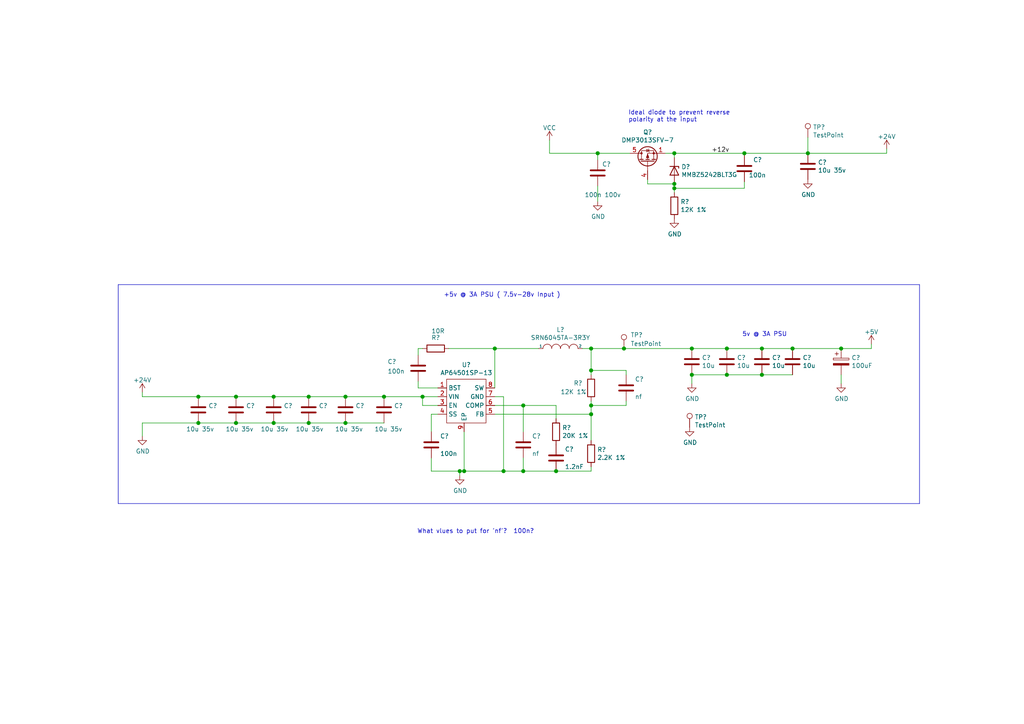
<source format=kicad_sch>
(kicad_sch (version 20210126) (generator eeschema)
  (paper "A4")
  (lib_symbols
    (symbol "CM4IO:AP64351"
      (property "Reference" "U" (at 0 8.89 0))
      (property "Value" "AP64351" (at 1.27 6.35 0))
      (symbol "AP64351_0_1"
        (rectangle (start -5.08 5.08) (end 6.35 -7.62))
      )
      (symbol "AP64351_1_1"
        (pin passive line (at -7.62 2.54 0) (length 2.54) (name "BST") (number "1"))
        (pin power_in line (at -7.62 0 0) (length 2.54) (name "VIN") (number "2"))
        (pin input line (at -7.62 -2.54 0) (length 2.54) (name "EN") (number "3"))
        (pin input line (at -7.62 -5.08 0) (length 2.54) (name "SS") (number "4"))
        (pin input line (at 8.89 -5.08 180) (length 2.54) (name "FB") (number "5"))
        (pin input line (at 8.89 -2.54 180) (length 2.54) (name "COMP") (number "6"))
        (pin power_in line (at 8.89 0 180) (length 2.54) (name "GND") (number "7"))
        (pin output line (at 8.89 2.54 180) (length 2.54) (name "SW") (number "8"))
        (pin passive line (at 0 -10.16 90) (length 2.54) (name "EP") (number "9"))
      )
    )
    (symbol "Connector:TestPoint" (pin_numbers hide) (pin_names (offset 0.762) hide)
      (property "Reference" "TP" (at 0 6.858 0))
      (property "Value" "TestPoint" (at 0 5.08 0))
      (symbol "TestPoint_0_1"
        (circle (center 0 3.302) (radius 0.762))
      )
      (symbol "TestPoint_1_1"
        (pin passive line (at 0 0 90) (length 2.54) (name "1") (number "1"))
      )
    )
    (symbol "Device:C" (pin_numbers hide) (pin_names (offset 0.254))
      (property "Reference" "C" (at 0.635 2.54 0))
      (property "Value" "C" (at 0.635 -2.54 0))
      (symbol "C_0_1"
        (polyline (pts (xy -2.032 -0.762) (xy 2.032 -0.762)) (stroke (width 0.508)))
        (polyline (pts (xy -2.032 0.762) (xy 2.032 0.762)) (stroke (width 0.508)))
      )
      (symbol "C_1_1"
        (pin passive line (at 0 3.81 270) (length 2.794) (name "~") (number "1"))
        (pin passive line (at 0 -3.81 90) (length 2.794) (name "~") (number "2"))
      )
    )
    (symbol "Device:CP" (pin_numbers hide) (pin_names (offset 0.254))
      (property "Reference" "C" (at 0.635 2.54 0))
      (property "Value" "CP" (at 0.635 -2.54 0))
      (symbol "CP_0_1"
        (rectangle (start -2.286 0.508) (end 2.286 1.016))
        (rectangle (start 2.286 -0.508) (end -2.286 -1.016) (fill (type outline)))
        (polyline (pts (xy -1.778 2.286) (xy -0.762 2.286)))
        (polyline (pts (xy -1.27 2.794) (xy -1.27 1.778)))
      )
      (symbol "CP_1_1"
        (pin passive line (at 0 3.81 270) (length 2.794) (name "~") (number "1"))
        (pin passive line (at 0 -3.81 90) (length 2.794) (name "~") (number "2"))
      )
    )
    (symbol "Device:R" (pin_numbers hide) (pin_names (offset 0))
      (property "Reference" "R" (at 2.032 0 90))
      (property "Value" "R" (at 0 0 90))
      (symbol "R_0_1"
        (rectangle (start -1.016 -2.54) (end 1.016 2.54) (stroke (width 0.254)))
      )
      (symbol "R_1_1"
        (pin passive line (at 0 3.81 270) (length 1.27) (name "~") (number "1"))
        (pin passive line (at 0 -3.81 90) (length 1.27) (name "~") (number "2"))
      )
    )
    (symbol "Diode:BZX84Cxx" (pin_numbers hide) (pin_names hide)
      (property "Reference" "D" (at 0 2.54 0))
      (property "Value" "BZX84Cxx" (at 0 -2.54 0))
      (symbol "BZX84Cxx_0_1"
        (polyline (pts (xy 1.27 0) (xy -1.27 0)))
        (polyline (pts (xy -1.27 -1.27) (xy -1.27 1.27) (xy -0.762 1.27)) (stroke (width 0.254)))
        (polyline (pts (xy 1.27 -1.27) (xy 1.27 1.27) (xy -1.27 0) (xy 1.27 -1.27)) (stroke (width 0.254)))
      )
      (symbol "BZX84Cxx_1_1"
        (pin passive line (at -3.81 0 0) (length 2.54) (name "K") (number "1"))
        (pin passive line (at 3.81 0 180) (length 2.54) (name "A") (number "2"))
      )
    )
    (symbol "Transistor_FET:DMP3013SFV" (pin_names hide)
      (property "Reference" "Q" (at 5.08 1.905 0))
      (property "Value" "DMP3013SFV" (at 5.08 0 0))
      (symbol "DMP3013SFV_0_1"
        (circle (center 1.651 0) (radius 2.794) (stroke (width 0.254)))
        (circle (center 2.54 -1.778) (radius 0.254) (fill (type outline)))
        (circle (center 2.54 1.778) (radius 0.254) (fill (type outline)))
        (polyline (pts (xy 0.254 0) (xy -2.54 0)))
        (polyline (pts (xy 0.254 1.905) (xy 0.254 -1.905)) (stroke (width 0.254)))
        (polyline (pts (xy 0.762 -1.27) (xy 0.762 -2.286)) (stroke (width 0.254)))
        (polyline (pts (xy 0.762 0.508) (xy 0.762 -0.508)) (stroke (width 0.254)))
        (polyline (pts (xy 0.762 2.286) (xy 0.762 1.27)) (stroke (width 0.254)))
        (polyline (pts (xy 2.54 2.54) (xy 2.54 1.778)))
        (polyline (pts (xy 2.54 -2.54) (xy 2.54 0) (xy 0.762 0)))
        (polyline (pts (xy 0.762 1.778) (xy 3.302 1.778) (xy 3.302 -1.778) (xy 0.762 -1.778)))
        (polyline (pts (xy 2.794 -0.508) (xy 2.921 -0.381) (xy 3.683 -0.381) (xy 3.81 -0.254)))
        (polyline (pts (xy 3.302 -0.381) (xy 2.921 0.254) (xy 3.683 0.254) (xy 3.302 -0.381)))
        (polyline (pts (xy 2.286 0) (xy 1.27 0.381) (xy 1.27 -0.381) (xy 2.286 0)) (fill (type outline)))
      )
      (symbol "DMP3013SFV_1_1"
        (pin passive line (at 2.54 -5.08 90) (length 2.54) (name "S") (number "1"))
        (pin passive line (at 2.54 -5.08 90) (length 2.54) hide (name "S") (number "2"))
        (pin passive line (at 2.54 -5.08 90) (length 2.54) hide (name "S") (number "3"))
        (pin passive line (at -5.08 0 0) (length 2.54) (name "G") (number "4"))
        (pin passive line (at 2.54 5.08 270) (length 2.54) (name "D") (number "5"))
      )
    )
    (symbol "power:+24V" (power) (pin_names (offset 0))
      (property "Value" "+24V" (at 0 3.556 0))
      (symbol "+24V_0_1"
        (polyline (pts (xy -0.762 1.27) (xy 0 2.54)))
        (polyline (pts (xy 0 0) (xy 0 2.54)))
        (polyline (pts (xy 0 2.54) (xy 0.762 1.27)))
      )
      (symbol "+24V_1_1"
        (pin power_in line (at 0 0 90) (length 0) hide (name "+24V") (number "1"))
      )
    )
    (symbol "power:+5V" (power) (pin_names (offset 0))
      (property "Value" "+5V" (at 0 3.556 0))
      (symbol "+5V_0_1"
        (polyline (pts (xy -0.762 1.27) (xy 0 2.54)))
        (polyline (pts (xy 0 0) (xy 0 2.54)))
        (polyline (pts (xy 0 2.54) (xy 0.762 1.27)))
      )
      (symbol "+5V_1_1"
        (pin power_in line (at 0 0 90) (length 0) hide (name "+5V") (number "1"))
      )
    )
    (symbol "power:GND" (power) (pin_names (offset 0))
      (property "Value" "GND" (at 0 -3.81 0))
      (symbol "GND_0_1"
        (polyline (pts (xy 0 0) (xy 0 -1.27) (xy 1.27 -1.27) (xy 0 -2.54) (xy -1.27 -1.27) (xy 0 -1.27)))
      )
      (symbol "GND_1_1"
        (pin power_in line (at 0 0 270) (length 0) hide (name "GND") (number "1"))
      )
    )
    (symbol "power:VCC" (power) (pin_names (offset 0))
      (property "Value" "VCC" (at 0 3.81 0))
      (symbol "VCC_0_1"
        (polyline (pts (xy -0.762 1.27) (xy 0 2.54)))
        (polyline (pts (xy 0 0) (xy 0 2.54)))
        (polyline (pts (xy 0 2.54) (xy 0.762 1.27)))
      )
      (symbol "VCC_1_1"
        (pin power_in line (at 0 0 90) (length 0) hide (name "VCC") (number "1"))
      )
    )
    (symbol "pspice:INDUCTOR" (pin_numbers hide) (pin_names (offset 0))
      (property "Reference" "L" (at 0 2.54 0))
      (property "Value" "INDUCTOR" (at 0 -1.27 0))
      (symbol "INDUCTOR_0_1"
        (arc (start -2.54 0) (end -5.08 0) (radius (at -3.81 0) (length 1.27) (angles 0.1 179.9)))
        (arc (start 0 0) (end -2.54 0) (radius (at -1.27 0) (length 1.27) (angles 0.1 179.9)))
        (arc (start 2.54 0) (end 0 0) (radius (at 1.27 0) (length 1.27) (angles 0.1 179.9)))
        (arc (start 5.08 0) (end 2.54 0) (radius (at 3.81 0) (length 1.27) (angles 0.1 179.9)))
      )
      (symbol "INDUCTOR_1_1"
        (pin input line (at -6.35 0 0) (length 1.27) (name "1") (number "1"))
        (pin input line (at 6.35 0 180) (length 1.27) (name "2") (number "2"))
      )
    )
  )
  (junction (at 57.531 115.062) (diameter 1.016))
  (junction (at 57.531 122.682) (diameter 1.016))
  (junction (at 68.453 115.062) (diameter 1.016))
  (junction (at 68.453 122.682) (diameter 1.016))
  (junction (at 79.375 115.062) (diameter 1.016))
  (junction (at 79.375 122.682) (diameter 1.016))
  (junction (at 89.535 115.062) (diameter 1.016))
  (junction (at 89.535 122.682) (diameter 1.016))
  (junction (at 100.203 115.062) (diameter 1.016))
  (junction (at 100.203 122.682) (diameter 1.016))
  (junction (at 111.379 115.062) (diameter 1.016))
  (junction (at 122.555 115.062) (diameter 1.016))
  (junction (at 133.35 136.652) (diameter 1.016))
  (junction (at 134.62 136.652) (diameter 1.016))
  (junction (at 143.51 101.092) (diameter 1.016))
  (junction (at 146.05 136.652) (diameter 1.016))
  (junction (at 151.765 117.602) (diameter 1.016))
  (junction (at 151.765 136.652) (diameter 1.016))
  (junction (at 161.29 136.652) (diameter 1.016))
  (junction (at 171.45 101.092) (diameter 1.016))
  (junction (at 171.45 107.442) (diameter 1.016))
  (junction (at 171.45 117.602) (diameter 1.016))
  (junction (at 171.45 120.142) (diameter 1.016))
  (junction (at 173.355 44.45) (diameter 1.016))
  (junction (at 180.975 101.092) (diameter 1.016))
  (junction (at 195.58 44.45) (diameter 1.016))
  (junction (at 195.58 53.34) (diameter 1.016))
  (junction (at 195.58 54.61) (diameter 1.016))
  (junction (at 200.66 101.092) (diameter 1.016))
  (junction (at 200.66 108.712) (diameter 1.016))
  (junction (at 210.82 101.092) (diameter 1.016))
  (junction (at 210.82 108.712) (diameter 1.016))
  (junction (at 215.9 44.45) (diameter 1.016))
  (junction (at 220.98 101.092) (diameter 1.016))
  (junction (at 220.98 108.712) (diameter 1.016))
  (junction (at 229.87 101.092) (diameter 1.016))
  (junction (at 234.315 44.45) (diameter 1.016))
  (junction (at 243.967 101.092) (diameter 1.016))
  (wire (pts (xy 41.275 115.062) (xy 41.275 113.792)))
  (wire (pts (xy 41.275 115.062) (xy 57.531 115.062)))
  (wire (pts (xy 41.275 122.682) (xy 41.275 126.492)))
  (wire (pts (xy 41.275 122.682) (xy 57.531 122.682)))
  (wire (pts (xy 57.531 115.062) (xy 68.453 115.062)))
  (wire (pts (xy 57.531 122.682) (xy 68.453 122.682)))
  (wire (pts (xy 68.453 115.062) (xy 79.375 115.062)))
  (wire (pts (xy 68.453 122.682) (xy 79.375 122.682)))
  (wire (pts (xy 79.375 115.062) (xy 89.535 115.062)))
  (wire (pts (xy 79.375 122.682) (xy 89.535 122.682)))
  (wire (pts (xy 89.535 115.062) (xy 100.203 115.062)))
  (wire (pts (xy 89.535 122.682) (xy 100.203 122.682)))
  (wire (pts (xy 100.203 115.062) (xy 111.379 115.062)))
  (wire (pts (xy 100.203 122.682) (xy 111.379 122.682)))
  (wire (pts (xy 111.379 115.062) (xy 122.555 115.062)))
  (wire (pts (xy 121.285 101.092) (xy 122.555 101.092)))
  (wire (pts (xy 121.285 102.997) (xy 121.285 101.092)))
  (wire (pts (xy 121.285 110.617) (xy 121.285 112.522)))
  (wire (pts (xy 121.285 112.522) (xy 127 112.522)))
  (wire (pts (xy 122.555 115.062) (xy 122.555 117.602)))
  (wire (pts (xy 122.555 115.062) (xy 127 115.062)))
  (wire (pts (xy 122.555 117.602) (xy 127 117.602)))
  (wire (pts (xy 125.095 120.142) (xy 125.095 125.222)))
  (wire (pts (xy 125.095 132.842) (xy 125.095 136.652)))
  (wire (pts (xy 125.095 136.652) (xy 133.35 136.652)))
  (wire (pts (xy 127 120.142) (xy 125.095 120.142)))
  (wire (pts (xy 130.175 101.092) (xy 143.51 101.092)))
  (wire (pts (xy 133.35 136.652) (xy 134.62 136.652)))
  (wire (pts (xy 133.35 137.922) (xy 133.35 136.652)))
  (wire (pts (xy 134.62 125.222) (xy 134.62 136.652)))
  (wire (pts (xy 134.62 136.652) (xy 146.05 136.652)))
  (wire (pts (xy 143.51 101.092) (xy 143.51 112.522)))
  (wire (pts (xy 143.51 101.092) (xy 156.21 101.092)))
  (wire (pts (xy 143.51 115.062) (xy 146.05 115.062)))
  (wire (pts (xy 143.51 117.602) (xy 151.765 117.602)))
  (wire (pts (xy 143.51 120.142) (xy 171.45 120.142)))
  (wire (pts (xy 146.05 115.062) (xy 146.05 136.652)))
  (wire (pts (xy 146.05 136.652) (xy 151.765 136.652)))
  (wire (pts (xy 151.765 117.602) (xy 151.765 125.222)))
  (wire (pts (xy 151.765 117.602) (xy 161.29 117.602)))
  (wire (pts (xy 151.765 132.842) (xy 151.765 136.652)))
  (wire (pts (xy 151.765 136.652) (xy 161.29 136.652)))
  (wire (pts (xy 159.385 44.45) (xy 159.385 40.64)))
  (wire (pts (xy 159.385 44.45) (xy 173.355 44.45)))
  (wire (pts (xy 161.29 121.412) (xy 161.29 117.602)))
  (wire (pts (xy 161.29 136.652) (xy 171.45 136.652)))
  (wire (pts (xy 168.91 101.092) (xy 171.45 101.092)))
  (wire (pts (xy 171.45 101.092) (xy 171.45 107.442)))
  (wire (pts (xy 171.45 101.092) (xy 180.975 101.092)))
  (wire (pts (xy 171.45 107.442) (xy 171.45 108.712)))
  (wire (pts (xy 171.45 107.442) (xy 181.61 107.442)))
  (wire (pts (xy 171.45 116.332) (xy 171.45 117.602)))
  (wire (pts (xy 171.45 117.602) (xy 171.45 120.142)))
  (wire (pts (xy 171.45 117.602) (xy 181.61 117.602)))
  (wire (pts (xy 171.45 120.142) (xy 171.45 127.762)))
  (wire (pts (xy 171.45 136.652) (xy 171.45 135.382)))
  (wire (pts (xy 173.355 44.45) (xy 173.355 46.355)))
  (wire (pts (xy 173.355 44.45) (xy 182.753 44.45)))
  (wire (pts (xy 173.355 53.975) (xy 173.355 58.42)))
  (wire (pts (xy 180.975 101.092) (xy 200.66 101.092)))
  (wire (pts (xy 181.61 107.442) (xy 181.61 108.712)))
  (wire (pts (xy 181.61 117.602) (xy 181.61 116.332)))
  (wire (pts (xy 187.833 52.07) (xy 187.833 53.34)))
  (wire (pts (xy 187.833 53.34) (xy 195.58 53.34)))
  (wire (pts (xy 192.913 44.45) (xy 195.58 44.45)))
  (wire (pts (xy 195.58 44.45) (xy 195.58 45.72)))
  (wire (pts (xy 195.58 44.45) (xy 215.9 44.45)))
  (wire (pts (xy 195.58 53.34) (xy 195.58 54.61)))
  (wire (pts (xy 195.58 54.61) (xy 195.58 55.88)))
  (wire (pts (xy 195.58 54.61) (xy 215.9 54.61)))
  (wire (pts (xy 200.66 101.092) (xy 210.82 101.092)))
  (wire (pts (xy 200.66 108.712) (xy 200.66 111.252)))
  (wire (pts (xy 210.82 101.092) (xy 220.98 101.092)))
  (wire (pts (xy 210.82 108.712) (xy 200.66 108.712)))
  (wire (pts (xy 215.9 44.45) (xy 215.9 45.085)))
  (wire (pts (xy 215.9 44.45) (xy 234.315 44.45)))
  (wire (pts (xy 215.9 54.61) (xy 215.9 52.705)))
  (wire (pts (xy 220.98 101.092) (xy 229.87 101.092)))
  (wire (pts (xy 220.98 108.712) (xy 210.82 108.712)))
  (wire (pts (xy 229.87 101.092) (xy 243.967 101.092)))
  (wire (pts (xy 229.87 108.712) (xy 220.98 108.712)))
  (wire (pts (xy 234.315 39.878) (xy 234.315 44.45)))
  (wire (pts (xy 234.315 44.45) (xy 257.175 44.45)))
  (wire (pts (xy 243.967 101.092) (xy 252.73 101.092)))
  (wire (pts (xy 243.967 108.712) (xy 243.967 111.252)))
  (wire (pts (xy 252.73 99.822) (xy 252.73 101.092)))
  (wire (pts (xy 257.175 43.18) (xy 257.175 44.45)))
  (polyline (pts (xy 34.29 82.55) (xy 34.29 146.05)) (stroke (width 0) (type solid)))
  (polyline (pts (xy 34.29 82.55) (xy 266.7 82.55)) (stroke (width 0) (type solid)))
  (polyline (pts (xy 266.7 82.55) (xy 266.7 146.05)) (stroke (width 0) (type solid)))
  (polyline (pts (xy 266.7 146.05) (xy 34.29 146.05)) (stroke (width 0) (type solid)))
  (text "What vlues to put for 'nf'?  100n?" (at 154.94 154.94 180) (effects (font (size 1.27 1.27)) (justify right bottom)))
  (text "+5v @ 3A PSU ( 7.5v-28v Input )" (at 162.56 86.36 180) (effects (font (size 1.27 1.27)) (justify right bottom)))
  (text "Ideal diode to prevent reverse\npolarity at the input" (at 182.245 35.56 0) (effects (font (size 1.27 1.27)) (justify left bottom)))
  (text "5v @ 3A PSU\n" (at 215.265 97.79 0) (effects (font (size 1.27 1.27)) (justify left bottom)))
  (label "+12v" (at 206.375 44.45 0))
  (symbol (lib_id "power:+24V") (at 41.275 113.792 0) (unit 1)
    (property "Reference" "#PWR?" (effects hide))
    (property "Value" "+24V" (at 41.275 110.2446 0))
  )
  (symbol (lib_id "power:VCC") (at 159.385 40.64 0) (unit 1)
    (property "Reference" "#PWR?" (effects hide))
    (property "Value" "VCC" (at 159.385 37.0926 0))
  )
  (symbol (lib_id "power:+5V") (at 252.73 99.822 0) (unit 1)
    (property "Reference" "#PWR?" (effects hide))
    (property "Value" "+5V" (at 252.73 96.2746 0))
  )
  (symbol (lib_id "power:+24V") (at 257.175 43.18 0) (unit 1)
    (property "Reference" "#PWR?" (effects hide))
    (property "Value" "+24V" (at 257.175 39.6326 0))
  )
  (symbol (lib_id "Connector:TestPoint") (at 180.975 101.092 0) (unit 1)
    (property "Reference" "TP?" (at 182.88 97.155 0) (effects (justify left)))
    (property "Value" "TestPoint" (at 182.88 99.695 0) (effects (justify left)))
    (property "Footprint" "TestPoint:TestPoint_Pad_2.0x2.0mm" (effects hide))
    (property "Field4" "nf" (effects hide))
    (property "Field5" "nf" (effects hide))
    (property "Field6" "nf" (effects hide))
    (property "Field7" "nf" (effects hide))
  )
  (symbol (lib_id "Connector:TestPoint") (at 200.025 123.952 0) (unit 1)
    (property "Reference" "TP?" (at 201.4982 120.9548 0) (effects (justify left)))
    (property "Value" "TestPoint" (at 201.4982 123.2662 0) (effects (justify left)))
    (property "Footprint" "TestPoint:TestPoint_Pad_2.0x2.0mm" (effects hide))
    (property "Field4" "nf" (effects hide))
    (property "Field5" "nf" (effects hide))
    (property "Field6" "nf" (effects hide))
    (property "Field7" "nf" (effects hide))
  )
  (symbol (lib_id "Connector:TestPoint") (at 234.315 39.878 0) (unit 1)
    (property "Reference" "TP?" (at 235.7882 36.8808 0) (effects (justify left)))
    (property "Value" "TestPoint" (at 235.7882 39.1922 0) (effects (justify left)))
    (property "Footprint" "TestPoint:TestPoint_Pad_2.0x2.0mm" (effects hide))
    (property "Field4" "nf" (effects hide))
    (property "Field5" "nf" (effects hide))
    (property "Field6" "nf" (effects hide))
    (property "Field7" "nf" (effects hide))
  )
  (symbol (lib_id "power:GND") (at 41.275 126.492 0) (unit 1)
    (property "Reference" "#PWR?" (effects hide))
    (property "Value" "GND" (at 41.402 130.8862 0))
  )
  (symbol (lib_id "power:GND") (at 133.35 137.922 0) (unit 1)
    (property "Reference" "#PWR?" (effects hide))
    (property "Value" "GND" (at 133.477 142.3162 0))
  )
  (symbol (lib_id "power:GND") (at 173.355 58.42 0) (unit 1)
    (property "Reference" "#PWR?" (effects hide))
    (property "Value" "GND" (at 173.482 62.8142 0))
  )
  (symbol (lib_id "power:GND") (at 195.58 63.5 0) (unit 1)
    (property "Reference" "#PWR?" (effects hide))
    (property "Value" "GND" (at 195.707 67.8942 0))
  )
  (symbol (lib_id "power:GND") (at 200.025 123.952 0) (unit 1)
    (property "Reference" "#PWR?" (effects hide))
    (property "Value" "GND" (at 200.152 128.3462 0))
  )
  (symbol (lib_id "power:GND") (at 200.66 111.252 0) (unit 1)
    (property "Reference" "#PWR?" (effects hide))
    (property "Value" "GND" (at 200.787 115.6462 0))
  )
  (symbol (lib_id "power:GND") (at 234.315 52.07 0) (unit 1)
    (property "Reference" "#PWR?" (effects hide))
    (property "Value" "GND" (at 234.442 56.4642 0))
  )
  (symbol (lib_id "power:GND") (at 243.967 111.252 0) (unit 1)
    (property "Reference" "#PWR?" (effects hide))
    (property "Value" "GND" (at 244.094 115.6462 0))
  )
  (symbol (lib_id "Device:R") (at 126.365 101.092 270) (unit 1)
    (property "Reference" "R?" (at 125.095 97.917 90) (effects (justify left)))
    (property "Value" "10R" (at 125.095 96.012 90) (effects (justify left)))
    (property "Footprint" "Resistor_SMD:R_0402_1005Metric" (effects hide))
    (property "Datasheet" "https://fscdn.rohm.com/en/products/databook/datasheet/passive/resistor/chip_resistor/mcr-e.pdf" (effects hide))
    (property "Field4" "Farnell" (effects hide))
    (property "Field5" "9238999" (effects hide))
    (property "Field7" "Yageo" (effects hide))
    (property "Field6" "RC0402FR-0710RL" (effects hide))
    (property "Field8" "URES00256" (effects hide))
    (property "Part Description" "Resistor 10R M1005 1% 63mW" (effects hide))
  )
  (symbol (lib_id "Device:R") (at 161.29 125.222 0) (unit 1)
    (property "Reference" "R?" (at 163.068 124.0536 0) (effects (justify left)))
    (property "Value" "20K 1%" (at 163.068 126.365 0) (effects (justify left)))
    (property "Footprint" "Resistor_SMD:R_0402_1005Metric" (effects hide))
    (property "Datasheet" "https://fscdn.rohm.com/en/products/databook/datasheet/passive/resistor/chip_resistor/mcr-e.pdf" (effects hide))
    (property "Field4" "Farnell" (effects hide))
    (property "Field5" "2331485" (effects hide))
    (property "Field7" "KOA EUROPE GMBH" (effects hide))
    (property "Field6" "RK73H1ETTP2002F" (effects hide))
    (property "Part Description" "Resistor 20K M1005 1% 63mW" (effects hide))
  )
  (symbol (lib_id "Device:R") (at 171.45 112.522 0) (unit 1)
    (property "Reference" "R?" (at 166.37 111.125 0) (effects (justify left)))
    (property "Value" "12K 1%" (at 162.56 113.665 0) (effects (justify left)))
    (property "Footprint" "Resistor_SMD:R_0402_1005Metric" (effects hide))
    (property "Datasheet" "https://fscdn.rohm.com/en/products/databook/datasheet/passive/resistor/chip_resistor/mcr-e.pdf" (effects hide))
    (property "Field4" "Farnell" (effects hide))
    (property "Field5" "9239367" (effects hide))
    (property "Field7" "Rohm" (effects hide))
    (property "Field6" "MCR01MZPF1202" (effects hide))
    (property "Part Description" "Resistor 12K M1005 1% 63mW" (effects hide))
  )
  (symbol (lib_id "Device:R") (at 171.45 131.572 0) (unit 1)
    (property "Reference" "R?" (at 173.228 130.4036 0) (effects (justify left)))
    (property "Value" "2.2K 1%" (at 173.228 132.715 0) (effects (justify left)))
    (property "Footprint" "Resistor_SMD:R_0402_1005Metric" (effects hide))
    (property "Datasheet" "https://fscdn.rohm.com/en/products/databook/datasheet/passive/resistor/chip_resistor/mcr-e.pdf" (effects hide))
    (property "Field4" "Farnell" (effects hide))
    (property "Field5" "9239278" (effects hide))
    (property "Field6" "RK73G1ETQTP2201D         " (effects hide))
    (property "Field7" "KOA EUROPE GMBH" (effects hide))
    (property "Part Description" "Resistor 2.2K M1005 1% 63mW" (effects hide))
    (property "Field8" "120889581" (effects hide))
  )
  (symbol (lib_id "Device:R") (at 195.58 59.69 0) (unit 1)
    (property "Reference" "R?" (at 197.358 58.5216 0) (effects (justify left)))
    (property "Value" "12K 1%" (at 197.358 60.833 0) (effects (justify left)))
    (property "Footprint" "Resistor_SMD:R_0402_1005Metric" (effects hide))
    (property "Datasheet" "https://fscdn.rohm.com/en/products/databook/datasheet/passive/resistor/chip_resistor/mcr-e.pdf" (effects hide))
    (property "Field4" "Farnell" (effects hide))
    (property "Field5" "9239367" (effects hide))
    (property "Field7" "Rohm" (effects hide))
    (property "Field6" "MCR01MZPF1202" (effects hide))
    (property "Part Description" "Resistor 12K M1005 1% 63mW" (effects hide))
  )
  (symbol (lib_id "pspice:INDUCTOR") (at 162.56 101.092 0) (unit 1)
    (property "Reference" "L?" (at 162.56 95.631 0))
    (property "Value" "SRN6045TA-3R3Y" (at 162.56 97.9424 0))
    (property "Footprint" "Inductor_SMD:L_Bourns_SRN6045TA" (effects hide))
    (property "Datasheet" "https://www.bourns.com/docs/Product-Datasheets/SRN6045TA.pdf" (effects hide))
    (property "Field4" "Farnell" (effects hide))
    (property "Field5" "2616889" (effects hide))
    (property "Field6" "SRN6045TA-3R3Y" (effects hide))
    (property "Field7" "Bourns" (effects hide))
    (property "Part Description" "3.3µH Semi-Shielded Wirewound Inductor 7.8A 21mOhm Nonstandard" (effects hide))
  )
  (symbol (lib_id "Diode:BZX84Cxx") (at 195.58 49.53 270) (unit 1)
    (property "Reference" "D?" (at 197.612 48.387 90) (effects (justify left)))
    (property "Value" "MMBZ5242BLT3G" (at 197.612 50.673 90) (effects (justify left)))
    (property "Footprint" "Diode_SMD:D_SOT-23_ANK" (effects hide))
    (property "Datasheet" "https://diotec.com/tl_files/diotec/files/pdf/datasheets/bzx84c2v4.pdf" (effects hide))
    (property "Field4" "Digikey" (effects hide))
    (property "Field5" "	MMBZ5242BLT3GOSCT-ND" (effects hide))
    (property "Field6" "MMBZ5242BLT3G" (effects hide))
    (property "Field7" "Onsemi" (effects hide))
    (property "Part Description" "	Zener Diode 12V 225mW 5% Surface Mount SOT-23-3 (TO-236)" (effects hide))
  )
  (symbol (lib_id "Device:C") (at 57.531 118.872 0) (unit 1)
    (property "Reference" "C?" (at 60.452 117.7036 0) (effects (justify left)))
    (property "Value" "10u 35v" (at 53.975 124.46 0) (effects (justify left)))
    (property "Footprint" "Capacitor_SMD:C_0805_2012Metric" (effects hide))
    (property "Datasheet" "https://www.murata.com/en-global/products/productdetail.aspx?partno=GRM21BC8YA106ME11%23" (effects hide))
    (property "Field5" "490-10505-1-ND" (effects hide))
    (property "Field4" "Digikey" (effects hide))
    (property "Field6" "GRM21BC8YA106KE11L " (effects hide))
    (property "Field7" "Murata" (effects hide))
    (property "Part Description" "	10uF 10% or 20% 35V Ceramic Capacitor X6S 0805 (2012 Metric)" (effects hide))
  )
  (symbol (lib_id "Device:C") (at 68.453 118.872 0) (unit 1)
    (property "Reference" "C?" (at 71.374 117.7036 0) (effects (justify left)))
    (property "Value" "10u 35v" (at 65.405 124.46 0) (effects (justify left)))
    (property "Footprint" "Capacitor_SMD:C_0805_2012Metric" (effects hide))
    (property "Datasheet" "https://www.murata.com/en-global/products/productdetail.aspx?partno=GRM21BC8YA106ME11%23" (effects hide))
    (property "Field5" "490-10505-1-ND" (effects hide))
    (property "Field4" "Digikey" (effects hide))
    (property "Field6" "GRM21BC8YA106KE11L " (effects hide))
    (property "Field7" "Murata" (effects hide))
    (property "Part Description" "	10uF 10% or 20% 35V Ceramic Capacitor X6S 0805 (2012 Metric)" (effects hide))
  )
  (symbol (lib_id "Device:C") (at 79.375 118.872 0) (unit 1)
    (property "Reference" "C?" (at 82.296 117.7036 0) (effects (justify left)))
    (property "Value" "10u 35v" (at 75.565 124.46 0) (effects (justify left)))
    (property "Footprint" "Capacitor_SMD:C_0805_2012Metric" (effects hide))
    (property "Datasheet" "https://www.murata.com/en-global/products/productdetail.aspx?partno=GRM21BC8YA106ME11%23" (effects hide))
    (property "Field5" "490-10505-1-ND" (effects hide))
    (property "Field4" "Digikey" (effects hide))
    (property "Field6" "GRM21BC8YA106KE11L " (effects hide))
    (property "Field7" "Murata" (effects hide))
    (property "Part Description" "	10uF 10% or 20% 35V Ceramic Capacitor X6S 0805 (2012 Metric)" (effects hide))
  )
  (symbol (lib_id "Device:C") (at 89.535 118.872 0) (unit 1)
    (property "Reference" "C?" (at 92.456 117.7036 0) (effects (justify left)))
    (property "Value" "10u 35v" (at 85.725 124.46 0) (effects (justify left)))
    (property "Footprint" "Capacitor_SMD:C_0805_2012Metric" (effects hide))
    (property "Datasheet" "https://www.murata.com/en-global/products/productdetail.aspx?partno=GRM21BC8YA106ME11%23" (effects hide))
    (property "Field5" "490-10505-1-ND" (effects hide))
    (property "Field4" "Digikey" (effects hide))
    (property "Field6" "GRM21BC8YA106KE11L " (effects hide))
    (property "Field7" "Murata" (effects hide))
    (property "Part Description" "	10uF 10% or 20% 35V Ceramic Capacitor X6S 0805 (2012 Metric)" (effects hide))
  )
  (symbol (lib_id "Device:C") (at 100.203 118.872 0) (unit 1)
    (property "Reference" "C?" (at 103.124 117.7036 0) (effects (justify left)))
    (property "Value" "10u 35v" (at 97.155 124.46 0) (effects (justify left)))
    (property "Footprint" "Capacitor_SMD:C_0805_2012Metric" (effects hide))
    (property "Datasheet" "https://www.murata.com/en-global/products/productdetail.aspx?partno=GRM21BC8YA106ME11%23" (effects hide))
    (property "Field5" "490-10505-1-ND" (effects hide))
    (property "Field4" "Digikey" (effects hide))
    (property "Field6" "GRM21BC8YA106KE11L " (effects hide))
    (property "Field7" "Murata" (effects hide))
    (property "Part Description" "	10uF 10% or 20% 35V Ceramic Capacitor X6S 0805 (2012 Metric)" (effects hide))
  )
  (symbol (lib_id "Device:C") (at 111.379 118.872 0) (unit 1)
    (property "Reference" "C?" (at 114.3 117.7036 0) (effects (justify left)))
    (property "Value" "10u 35v" (at 108.585 124.46 0) (effects (justify left)))
    (property "Footprint" "Capacitor_SMD:C_0805_2012Metric" (effects hide))
    (property "Datasheet" "https://www.murata.com/en-global/products/productdetail.aspx?partno=GRM21BC8YA106ME11%23" (effects hide))
    (property "Field5" "490-10505-1-ND" (effects hide))
    (property "Field4" "Digikey" (effects hide))
    (property "Field6" "GRM21BC8YA106KE11L " (effects hide))
    (property "Field7" "Murata" (effects hide))
    (property "Part Description" "	10uF 10% or 20% 35V Ceramic Capacitor X6S 0805 (2012 Metric)" (effects hide))
  )
  (symbol (lib_id "Device:C") (at 121.285 106.807 0) (unit 1)
    (property "Reference" "C?" (at 112.395 104.902 0) (effects (justify left)))
    (property "Value" "100n" (at 112.395 107.696 0) (effects (justify left)))
    (property "Footprint" "Capacitor_SMD:C_0402_1005Metric" (effects hide))
    (property "Datasheet" "https://search.murata.co.jp/Ceramy/image/img/A01X/G101/ENG/GRM155R71C104KA88-01.pdf" (effects hide))
    (property "Field4" "Farnell" (effects hide))
    (property "Field5" "2611911" (effects hide))
    (property "Field6" "RM EMK105 B7104KV-F" (effects hide))
    (property "Field7" "TAIYO YUDEN EUROPE GMBH" (effects hide))
    (property "Part Description" "	0.1uF 10% 16V Ceramic Capacitor X7R 0402 (1005 Metric)" (effects hide))
    (property "Field8" "110091611" (effects hide))
  )
  (symbol (lib_id "Device:C") (at 125.095 129.032 0) (unit 1)
    (property "Reference" "C?" (at 127.635 126.492 0) (effects (justify left)))
    (property "Value" "100n" (at 127.635 131.572 0) (effects (justify left)))
    (property "Footprint" "Capacitor_SMD:C_0402_1005Metric" (effects hide))
    (property "Datasheet" "https://search.murata.co.jp/Ceramy/image/img/A01X/G101/ENG/GRM155R71C104KA88-01.pdf" (effects hide))
    (property "Field4" "Farnell" (effects hide))
    (property "Field5" "2611911" (effects hide))
    (property "Field6" "RM EMK105 B7104KV-F" (effects hide))
    (property "Field7" "TAIYO YUDEN EUROPE GMBH" (effects hide))
    (property "Part Description" "	0.1uF 10% 16V Ceramic Capacitor X7R 0402 (1005 Metric)" (effects hide))
    (property "Field8" "110091611" (effects hide))
  )
  (symbol (lib_id "Device:C") (at 151.765 129.032 0) (unit 1)
    (property "Reference" "C?" (at 154.305 126.492 0) (effects (justify left)))
    (property "Value" "nf" (at 154.305 131.572 0) (effects (justify left)))
    (property "Footprint" "Capacitor_SMD:C_0402_1005Metric" (effects hide))
  )
  (symbol (lib_id "Device:C") (at 161.29 132.842 0) (unit 1)
    (property "Reference" "C?" (at 163.83 130.302 0) (effects (justify left)))
    (property "Value" "1.2nF" (at 163.83 135.382 0) (effects (justify left)))
    (property "Footprint" "Capacitor_SMD:C_0402_1005Metric" (effects hide))
    (property "Datasheet" "http://www.farnell.com/datasheets/2734135.pdf?_ga=2.259347658.1738794919.1588350964-1787849031.1568210898&_gac=1.15394434.1588350964.EAIaIQobChMIgrHHs4yT6QIVxevtCh39TA_nEAAYASAAEgK8PfD_BwE" (effects hide))
    (property "Field4" "Digikey" (effects hide))
    (property "Field5" "490-16429-1-ND" (effects hide))
    (property "Field6" "GCM155R71H122KA37D" (effects hide))
    (property "Field7" "Murata" (effects hide))
    (property "Part Description" "1200pF 10% 10V Ceramic Capacitor X5R 0402 (1005 Metric)" (effects hide))
  )
  (symbol (lib_id "Device:C") (at 173.355 50.165 0) (unit 1)
    (property "Reference" "C?" (at 174.625 47.625 0) (effects (justify left)))
    (property "Value" "100n 100v" (at 169.545 56.515 0) (effects (justify left)))
    (property "Footprint" "Capacitor_SMD:C_0402_1005Metric" (effects hide))
    (property "Datasheet" "https://psearch.en.murata.com/capacitor/product/GRM155R62A104KE14%23.pdf" (effects hide))
    (property "Field4" "Farnell" (effects hide))
    (property "Field5" "2611907" (effects hide))
    (property "Field6" "GRM155R62A104KE14D" (effects hide))
    (property "Field7" "Murata" (effects hide))
    (property "Part Description" "	0.1uF 10% 100V Ceramic Capacitor X5R 0402 (1005 Metric)" (effects hide))
  )
  (symbol (lib_id "Device:C") (at 181.61 112.522 0) (unit 1)
    (property "Reference" "C?" (at 184.15 109.982 0) (effects (justify left)))
    (property "Value" "nf" (at 184.15 115.062 0) (effects (justify left)))
    (property "Footprint" "Capacitor_SMD:C_0402_1005Metric" (effects hide))
    (property "Datasheet" "http://www.farnell.com/datasheets/2048267.pdf?_ga=2.222777691.1738794919.1588350964-1787849031.1568210898&_gac=1.250356018.1588350964.EAIaIQobChMIgrHHs4yT6QIVxevtCh39TA_nEAAYASAAEgK8PfD_BwE" (effects hide))
    (property "Field4" "Farnell" (effects hide))
    (property "Field5" "2666374" (effects hide))
    (property "Field6" "GRM1555C1H221JA01D" (effects hide))
    (property "Field7" "Murata" (effects hide))
    (property "Part Description" "220 pF, 50 V, 0402 [1005 Metric], ± 5%, C0G / NP0/CH, GCM Series" (effects hide))
  )
  (symbol (lib_id "Device:C") (at 200.66 104.902 0) (unit 1)
    (property "Reference" "C?" (at 203.581 103.7336 0) (effects (justify left)))
    (property "Value" "10u" (at 203.581 106.045 0) (effects (justify left)))
    (property "Footprint" "Capacitor_SMD:C_0805_2012Metric" (effects hide))
    (property "Datasheet" "https://search.murata.co.jp/Ceramy/image/img/A01X/G101/ENG/GRM21BR71A106KA73-01.pdf" (effects hide))
    (property "Field5" "490-14381-1-ND" (effects hide))
    (property "Field4" "Digikey" (effects hide))
    (property "Field6" "GRM21BR71A106KA73L" (effects hide))
    (property "Field7" "Murata" (effects hide))
    (property "Part Description" "	10uF 10% 10V Ceramic Capacitor X7R 0805 (2012 Metric)" (effects hide))
    (property "Field8" "111893011" (effects hide))
  )
  (symbol (lib_id "Device:C") (at 210.82 104.902 0) (unit 1)
    (property "Reference" "C?" (at 213.741 103.7336 0) (effects (justify left)))
    (property "Value" "10u" (at 213.741 106.045 0) (effects (justify left)))
    (property "Footprint" "Capacitor_SMD:C_0805_2012Metric" (effects hide))
    (property "Datasheet" "https://search.murata.co.jp/Ceramy/image/img/A01X/G101/ENG/GRM21BR71A106KA73-01.pdf" (effects hide))
    (property "Field5" "490-14381-1-ND" (effects hide))
    (property "Field4" "Digikey" (effects hide))
    (property "Field6" "GRM21BR71A106KA73L" (effects hide))
    (property "Field7" "Murata" (effects hide))
    (property "Part Description" "	10uF 10% 10V Ceramic Capacitor X7R 0805 (2012 Metric)" (effects hide))
    (property "Field8" "111893011" (effects hide))
  )
  (symbol (lib_id "Device:C") (at 215.9 48.895 0) (unit 1)
    (property "Reference" "C?" (at 218.44 46.355 0) (effects (justify left)))
    (property "Value" "100n" (at 217.17 50.8 0) (effects (justify left)))
    (property "Footprint" "Capacitor_SMD:C_0402_1005Metric" (effects hide))
    (property "Datasheet" "https://search.murata.co.jp/Ceramy/image/img/A01X/G101/ENG/GRM155R71C104KA88-01.pdf" (effects hide))
    (property "Field4" "Farnell" (effects hide))
    (property "Field5" "2611911" (effects hide))
    (property "Field6" "RM EMK105 B7104KV-F" (effects hide))
    (property "Field7" "TAIYO YUDEN EUROPE GMBH" (effects hide))
    (property "Part Description" "	0.1uF 10% 16V Ceramic Capacitor X7R 0402 (1005 Metric)" (effects hide))
    (property "Field8" "110091611" (effects hide))
  )
  (symbol (lib_id "Device:C") (at 220.98 104.902 0) (unit 1)
    (property "Reference" "C?" (at 223.901 103.7336 0) (effects (justify left)))
    (property "Value" "10u" (at 223.901 106.045 0) (effects (justify left)))
    (property "Footprint" "Capacitor_SMD:C_0805_2012Metric" (effects hide))
    (property "Datasheet" "https://search.murata.co.jp/Ceramy/image/img/A01X/G101/ENG/GRM21BR71A106KA73-01.pdf" (effects hide))
    (property "Field5" "490-14381-1-ND" (effects hide))
    (property "Field4" "Digikey" (effects hide))
    (property "Field6" "GRM21BR71A106KA73L" (effects hide))
    (property "Field7" "Murata" (effects hide))
    (property "Part Description" "	10uF 10% 10V Ceramic Capacitor X7R 0805 (2012 Metric)" (effects hide))
    (property "Field8" "111893011" (effects hide))
  )
  (symbol (lib_id "Device:C") (at 229.87 104.902 0) (unit 1)
    (property "Reference" "C?" (at 232.791 103.7336 0) (effects (justify left)))
    (property "Value" "10u" (at 232.791 106.045 0) (effects (justify left)))
    (property "Footprint" "Capacitor_SMD:C_0805_2012Metric" (effects hide))
    (property "Datasheet" "https://search.murata.co.jp/Ceramy/image/img/A01X/G101/ENG/GRM21BR71A106KA73-01.pdf" (effects hide))
    (property "Field5" "490-14381-1-ND" (effects hide))
    (property "Field4" "Digikey" (effects hide))
    (property "Field6" "GRM21BR71A106KA73L" (effects hide))
    (property "Field7" "Murata" (effects hide))
    (property "Part Description" "	10uF 10% 10V Ceramic Capacitor X7R 0805 (2012 Metric)" (effects hide))
    (property "Field8" "111893011" (effects hide))
  )
  (symbol (lib_id "Device:C") (at 234.315 48.26 0) (unit 1)
    (property "Reference" "C?" (at 237.236 47.0916 0) (effects (justify left)))
    (property "Value" "10u 35v" (at 237.236 49.403 0) (effects (justify left)))
    (property "Footprint" "Capacitor_SMD:C_0805_2012Metric" (effects hide))
    (property "Datasheet" "https://www.murata.com/en-global/products/productdetail.aspx?partno=GRM21BC8YA106ME11%23" (effects hide))
    (property "Field5" "490-10505-1-ND" (effects hide))
    (property "Field4" "Digikey" (effects hide))
    (property "Field6" "GRM21BC8YA106KE11L " (effects hide))
    (property "Field7" "Murata" (effects hide))
    (property "Part Description" "	10uF 10% or 20% 35V Ceramic Capacitor X6S 0805 (2012 Metric)" (effects hide))
  )
  (symbol (lib_id "Device:CP") (at 243.967 104.902 0) (unit 1)
    (property "Reference" "C?" (at 246.9642 103.759 0) (effects (justify left)))
    (property "Value" "100uF" (at 246.9642 106.045 0) (effects (justify left)))
    (property "Footprint" "Capacitor_Tantalum_SMD:CP_EIA-7343-31_Kemet-D" (effects hide))
    (property "Field4" "Mouser" (effects hide))
    (property "Field5" "667-EEF-CX0J101R" (effects hide))
    (property "Part Description" "Capacitor, SP-Cap, 100u, 6.3V, 15mR ESR" (effects hide))
  )
  (symbol (lib_id "Transistor_FET:DMP3013SFV") (at 187.833 46.99 90) (unit 1)
    (property "Reference" "Q?" (at 187.833 38.3286 90))
    (property "Value" "DMP3013SFV-7" (at 187.833 40.64 90))
    (property "Footprint" "Package_SON:Diodes_PowerDI3333-8" (effects hide))
    (property "Datasheet" "https://www.diodes.com/assets/Datasheets/DMP3013SFV.pdf" (effects hide))
    (property "Field4" "Farnell" (effects hide))
    (property "Field5" "3405192" (effects hide))
    (property "Field6" "DMP3013SFV-7" (effects hide))
    (property "Field7" "Diodes" (effects hide))
    (property "Part Description" "DMP3013SFV-7 -  Power MOSFET, P Channel, 30 V, 12 A, 0.008 ohm, PowerDI3333, Surface Mount" (effects hide))
  )
  (symbol (lib_id "CM4IO:AP64351") (at 134.62 115.062 0) (unit 1)
    (property "Reference" "U?" (at 135.255 105.8164 0))
    (property "Value" "AP64501SP-13" (at 135.255 108.1278 0))
    (property "Footprint" "Package_SO:SOIC-8-1EP_3.9x4.9mm_P1.27mm_EP2.95x4.9mm_Mask2.71x3.4mm_ThermalVias" (effects hide))
    (property "Datasheet" "https://www.diodes.com/assets/Datasheets/AP64501.pdf" (effects hide))
    (property "Field4" "Digikey" (effects hide))
    (property "Field5" "31-AP64501SP-13CT-ND" (effects hide))
    (property "Field6" "AP64501SP-13" (effects hide))
    (property "Field7" "Diodes" (effects hide))
    (property "Part Description" "Buck Switching Regulator IC Positive Adjustable 0.8V 1 Output 5A 8-SOIC (0.154\", 3.90mm Width) Exposed Pad" (effects hide))
  )
)
</source>
